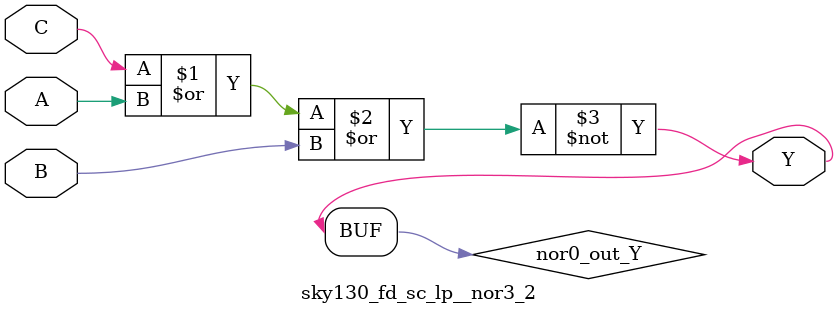
<source format=v>
module sky130_fd_sc_lp__nor3_2 (
    Y,
    A,
    B,
    C
);
    output Y;
    input  A;
    input  B;
    input  C;
    wire nor0_out_Y;
    nor nor0 (nor0_out_Y, C, A, B        );
    buf buf0 (Y         , nor0_out_Y     );
endmodule
</source>
